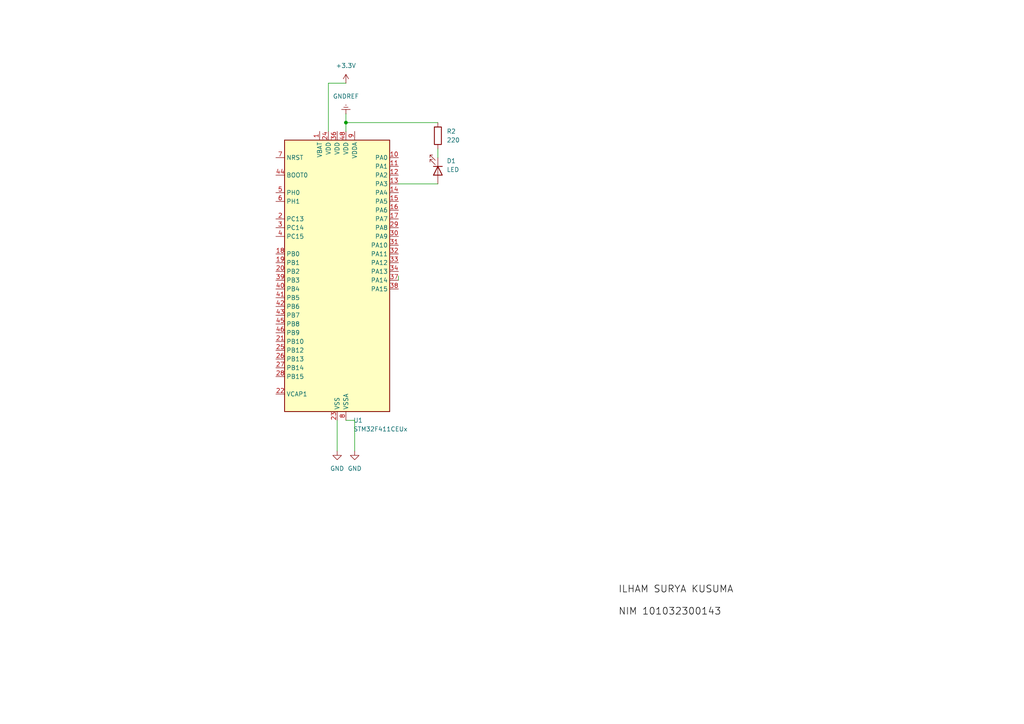
<source format=kicad_sch>
(kicad_sch
	(version 20250114)
	(generator "eeschema")
	(generator_version "9.0")
	(uuid "49b3c49b-fde0-4241-afc2-de76ce2df1cf")
	(paper "A4")
	(lib_symbols
		(symbol "Device:LED"
			(pin_numbers
				(hide yes)
			)
			(pin_names
				(offset 1.016)
				(hide yes)
			)
			(exclude_from_sim no)
			(in_bom yes)
			(on_board yes)
			(property "Reference" "D"
				(at 0 2.54 0)
				(effects
					(font
						(size 1.27 1.27)
					)
				)
			)
			(property "Value" "LED"
				(at 0 -2.54 0)
				(effects
					(font
						(size 1.27 1.27)
					)
				)
			)
			(property "Footprint" ""
				(at 0 0 0)
				(effects
					(font
						(size 1.27 1.27)
					)
					(hide yes)
				)
			)
			(property "Datasheet" "~"
				(at 0 0 0)
				(effects
					(font
						(size 1.27 1.27)
					)
					(hide yes)
				)
			)
			(property "Description" "Light emitting diode"
				(at 0 0 0)
				(effects
					(font
						(size 1.27 1.27)
					)
					(hide yes)
				)
			)
			(property "Sim.Pins" "1=K 2=A"
				(at 0 0 0)
				(effects
					(font
						(size 1.27 1.27)
					)
					(hide yes)
				)
			)
			(property "ki_keywords" "LED diode"
				(at 0 0 0)
				(effects
					(font
						(size 1.27 1.27)
					)
					(hide yes)
				)
			)
			(property "ki_fp_filters" "LED* LED_SMD:* LED_THT:*"
				(at 0 0 0)
				(effects
					(font
						(size 1.27 1.27)
					)
					(hide yes)
				)
			)
			(symbol "LED_0_1"
				(polyline
					(pts
						(xy -3.048 -0.762) (xy -4.572 -2.286) (xy -3.81 -2.286) (xy -4.572 -2.286) (xy -4.572 -1.524)
					)
					(stroke
						(width 0)
						(type default)
					)
					(fill
						(type none)
					)
				)
				(polyline
					(pts
						(xy -1.778 -0.762) (xy -3.302 -2.286) (xy -2.54 -2.286) (xy -3.302 -2.286) (xy -3.302 -1.524)
					)
					(stroke
						(width 0)
						(type default)
					)
					(fill
						(type none)
					)
				)
				(polyline
					(pts
						(xy -1.27 0) (xy 1.27 0)
					)
					(stroke
						(width 0)
						(type default)
					)
					(fill
						(type none)
					)
				)
				(polyline
					(pts
						(xy -1.27 -1.27) (xy -1.27 1.27)
					)
					(stroke
						(width 0.254)
						(type default)
					)
					(fill
						(type none)
					)
				)
				(polyline
					(pts
						(xy 1.27 -1.27) (xy 1.27 1.27) (xy -1.27 0) (xy 1.27 -1.27)
					)
					(stroke
						(width 0.254)
						(type default)
					)
					(fill
						(type none)
					)
				)
			)
			(symbol "LED_1_1"
				(pin passive line
					(at -3.81 0 0)
					(length 2.54)
					(name "K"
						(effects
							(font
								(size 1.27 1.27)
							)
						)
					)
					(number "1"
						(effects
							(font
								(size 1.27 1.27)
							)
						)
					)
				)
				(pin passive line
					(at 3.81 0 180)
					(length 2.54)
					(name "A"
						(effects
							(font
								(size 1.27 1.27)
							)
						)
					)
					(number "2"
						(effects
							(font
								(size 1.27 1.27)
							)
						)
					)
				)
			)
			(embedded_fonts no)
		)
		(symbol "MCU_ST_STM32F4:STM32F411CEUx"
			(exclude_from_sim no)
			(in_bom yes)
			(on_board yes)
			(property "Reference" "U"
				(at -15.24 41.91 0)
				(effects
					(font
						(size 1.27 1.27)
					)
					(justify left)
				)
			)
			(property "Value" "STM32F411CEUx"
				(at 7.62 41.91 0)
				(effects
					(font
						(size 1.27 1.27)
					)
					(justify left)
				)
			)
			(property "Footprint" "Package_DFN_QFN:QFN-48-1EP_7x7mm_P0.5mm_EP5.6x5.6mm"
				(at -15.24 -38.1 0)
				(effects
					(font
						(size 1.27 1.27)
					)
					(justify right)
					(hide yes)
				)
			)
			(property "Datasheet" "https://www.st.com/resource/en/datasheet/stm32f411ce.pdf"
				(at 0 0 0)
				(effects
					(font
						(size 1.27 1.27)
					)
					(hide yes)
				)
			)
			(property "Description" "STMicroelectronics Arm Cortex-M4 MCU, 512KB flash, 128KB RAM, 100 MHz, 1.7-3.6V, 36 GPIO, UFQFPN48"
				(at 0 0 0)
				(effects
					(font
						(size 1.27 1.27)
					)
					(hide yes)
				)
			)
			(property "ki_keywords" "Arm Cortex-M4 STM32F4 STM32F411"
				(at 0 0 0)
				(effects
					(font
						(size 1.27 1.27)
					)
					(hide yes)
				)
			)
			(property "ki_fp_filters" "QFN*1EP*7x7mm*P0.5mm*"
				(at 0 0 0)
				(effects
					(font
						(size 1.27 1.27)
					)
					(hide yes)
				)
			)
			(symbol "STM32F411CEUx_0_1"
				(rectangle
					(start -15.24 -38.1)
					(end 15.24 40.64)
					(stroke
						(width 0.254)
						(type default)
					)
					(fill
						(type background)
					)
				)
			)
			(symbol "STM32F411CEUx_1_1"
				(pin input line
					(at -17.78 35.56 0)
					(length 2.54)
					(name "NRST"
						(effects
							(font
								(size 1.27 1.27)
							)
						)
					)
					(number "7"
						(effects
							(font
								(size 1.27 1.27)
							)
						)
					)
				)
				(pin input line
					(at -17.78 30.48 0)
					(length 2.54)
					(name "BOOT0"
						(effects
							(font
								(size 1.27 1.27)
							)
						)
					)
					(number "44"
						(effects
							(font
								(size 1.27 1.27)
							)
						)
					)
				)
				(pin bidirectional line
					(at -17.78 25.4 0)
					(length 2.54)
					(name "PH0"
						(effects
							(font
								(size 1.27 1.27)
							)
						)
					)
					(number "5"
						(effects
							(font
								(size 1.27 1.27)
							)
						)
					)
					(alternate "RCC_OSC_IN" bidirectional line)
				)
				(pin bidirectional line
					(at -17.78 22.86 0)
					(length 2.54)
					(name "PH1"
						(effects
							(font
								(size 1.27 1.27)
							)
						)
					)
					(number "6"
						(effects
							(font
								(size 1.27 1.27)
							)
						)
					)
					(alternate "RCC_OSC_OUT" bidirectional line)
				)
				(pin bidirectional line
					(at -17.78 17.78 0)
					(length 2.54)
					(name "PC13"
						(effects
							(font
								(size 1.27 1.27)
							)
						)
					)
					(number "2"
						(effects
							(font
								(size 1.27 1.27)
							)
						)
					)
					(alternate "RTC_AF1" bidirectional line)
				)
				(pin bidirectional line
					(at -17.78 15.24 0)
					(length 2.54)
					(name "PC14"
						(effects
							(font
								(size 1.27 1.27)
							)
						)
					)
					(number "3"
						(effects
							(font
								(size 1.27 1.27)
							)
						)
					)
					(alternate "RCC_OSC32_IN" bidirectional line)
				)
				(pin bidirectional line
					(at -17.78 12.7 0)
					(length 2.54)
					(name "PC15"
						(effects
							(font
								(size 1.27 1.27)
							)
						)
					)
					(number "4"
						(effects
							(font
								(size 1.27 1.27)
							)
						)
					)
					(alternate "ADC1_EXTI15" bidirectional line)
					(alternate "RCC_OSC32_OUT" bidirectional line)
				)
				(pin bidirectional line
					(at -17.78 7.62 0)
					(length 2.54)
					(name "PB0"
						(effects
							(font
								(size 1.27 1.27)
							)
						)
					)
					(number "18"
						(effects
							(font
								(size 1.27 1.27)
							)
						)
					)
					(alternate "ADC1_IN8" bidirectional line)
					(alternate "I2S5_CK" bidirectional line)
					(alternate "SPI5_SCK" bidirectional line)
					(alternate "TIM1_CH2N" bidirectional line)
					(alternate "TIM3_CH3" bidirectional line)
				)
				(pin bidirectional line
					(at -17.78 5.08 0)
					(length 2.54)
					(name "PB1"
						(effects
							(font
								(size 1.27 1.27)
							)
						)
					)
					(number "19"
						(effects
							(font
								(size 1.27 1.27)
							)
						)
					)
					(alternate "ADC1_IN9" bidirectional line)
					(alternate "I2S5_WS" bidirectional line)
					(alternate "SPI5_NSS" bidirectional line)
					(alternate "TIM1_CH3N" bidirectional line)
					(alternate "TIM3_CH4" bidirectional line)
				)
				(pin bidirectional line
					(at -17.78 2.54 0)
					(length 2.54)
					(name "PB2"
						(effects
							(font
								(size 1.27 1.27)
							)
						)
					)
					(number "20"
						(effects
							(font
								(size 1.27 1.27)
							)
						)
					)
				)
				(pin bidirectional line
					(at -17.78 0 0)
					(length 2.54)
					(name "PB3"
						(effects
							(font
								(size 1.27 1.27)
							)
						)
					)
					(number "39"
						(effects
							(font
								(size 1.27 1.27)
							)
						)
					)
					(alternate "I2C2_SDA" bidirectional line)
					(alternate "I2S1_CK" bidirectional line)
					(alternate "I2S3_CK" bidirectional line)
					(alternate "SPI1_SCK" bidirectional line)
					(alternate "SPI3_SCK" bidirectional line)
					(alternate "SYS_JTDO-SWO" bidirectional line)
					(alternate "TIM2_CH2" bidirectional line)
					(alternate "USART1_RX" bidirectional line)
				)
				(pin bidirectional line
					(at -17.78 -2.54 0)
					(length 2.54)
					(name "PB4"
						(effects
							(font
								(size 1.27 1.27)
							)
						)
					)
					(number "40"
						(effects
							(font
								(size 1.27 1.27)
							)
						)
					)
					(alternate "I2C3_SDA" bidirectional line)
					(alternate "I2S3_ext_SD" bidirectional line)
					(alternate "SDIO_D0" bidirectional line)
					(alternate "SPI1_MISO" bidirectional line)
					(alternate "SPI3_MISO" bidirectional line)
					(alternate "SYS_JTRST" bidirectional line)
					(alternate "TIM3_CH1" bidirectional line)
				)
				(pin bidirectional line
					(at -17.78 -5.08 0)
					(length 2.54)
					(name "PB5"
						(effects
							(font
								(size 1.27 1.27)
							)
						)
					)
					(number "41"
						(effects
							(font
								(size 1.27 1.27)
							)
						)
					)
					(alternate "I2C1_SMBA" bidirectional line)
					(alternate "I2S1_SD" bidirectional line)
					(alternate "I2S3_SD" bidirectional line)
					(alternate "SDIO_D3" bidirectional line)
					(alternate "SPI1_MOSI" bidirectional line)
					(alternate "SPI3_MOSI" bidirectional line)
					(alternate "TIM3_CH2" bidirectional line)
				)
				(pin bidirectional line
					(at -17.78 -7.62 0)
					(length 2.54)
					(name "PB6"
						(effects
							(font
								(size 1.27 1.27)
							)
						)
					)
					(number "42"
						(effects
							(font
								(size 1.27 1.27)
							)
						)
					)
					(alternate "I2C1_SCL" bidirectional line)
					(alternate "TIM4_CH1" bidirectional line)
					(alternate "USART1_TX" bidirectional line)
				)
				(pin bidirectional line
					(at -17.78 -10.16 0)
					(length 2.54)
					(name "PB7"
						(effects
							(font
								(size 1.27 1.27)
							)
						)
					)
					(number "43"
						(effects
							(font
								(size 1.27 1.27)
							)
						)
					)
					(alternate "I2C1_SDA" bidirectional line)
					(alternate "SDIO_D0" bidirectional line)
					(alternate "TIM4_CH2" bidirectional line)
					(alternate "USART1_RX" bidirectional line)
				)
				(pin bidirectional line
					(at -17.78 -12.7 0)
					(length 2.54)
					(name "PB8"
						(effects
							(font
								(size 1.27 1.27)
							)
						)
					)
					(number "45"
						(effects
							(font
								(size 1.27 1.27)
							)
						)
					)
					(alternate "I2C1_SCL" bidirectional line)
					(alternate "I2C3_SDA" bidirectional line)
					(alternate "I2S5_SD" bidirectional line)
					(alternate "SDIO_D4" bidirectional line)
					(alternate "SPI5_MOSI" bidirectional line)
					(alternate "TIM10_CH1" bidirectional line)
					(alternate "TIM4_CH3" bidirectional line)
				)
				(pin bidirectional line
					(at -17.78 -15.24 0)
					(length 2.54)
					(name "PB9"
						(effects
							(font
								(size 1.27 1.27)
							)
						)
					)
					(number "46"
						(effects
							(font
								(size 1.27 1.27)
							)
						)
					)
					(alternate "I2C1_SDA" bidirectional line)
					(alternate "I2C2_SDA" bidirectional line)
					(alternate "I2S2_WS" bidirectional line)
					(alternate "SDIO_D5" bidirectional line)
					(alternate "SPI2_NSS" bidirectional line)
					(alternate "TIM11_CH1" bidirectional line)
					(alternate "TIM4_CH4" bidirectional line)
				)
				(pin bidirectional line
					(at -17.78 -17.78 0)
					(length 2.54)
					(name "PB10"
						(effects
							(font
								(size 1.27 1.27)
							)
						)
					)
					(number "21"
						(effects
							(font
								(size 1.27 1.27)
							)
						)
					)
					(alternate "I2C2_SCL" bidirectional line)
					(alternate "I2S2_CK" bidirectional line)
					(alternate "I2S3_MCK" bidirectional line)
					(alternate "SDIO_D7" bidirectional line)
					(alternate "SPI2_SCK" bidirectional line)
					(alternate "TIM2_CH3" bidirectional line)
				)
				(pin bidirectional line
					(at -17.78 -20.32 0)
					(length 2.54)
					(name "PB12"
						(effects
							(font
								(size 1.27 1.27)
							)
						)
					)
					(number "25"
						(effects
							(font
								(size 1.27 1.27)
							)
						)
					)
					(alternate "I2C2_SMBA" bidirectional line)
					(alternate "I2S2_WS" bidirectional line)
					(alternate "I2S3_CK" bidirectional line)
					(alternate "I2S4_WS" bidirectional line)
					(alternate "SPI2_NSS" bidirectional line)
					(alternate "SPI3_SCK" bidirectional line)
					(alternate "SPI4_NSS" bidirectional line)
					(alternate "TIM1_BKIN" bidirectional line)
				)
				(pin bidirectional line
					(at -17.78 -22.86 0)
					(length 2.54)
					(name "PB13"
						(effects
							(font
								(size 1.27 1.27)
							)
						)
					)
					(number "26"
						(effects
							(font
								(size 1.27 1.27)
							)
						)
					)
					(alternate "I2S2_CK" bidirectional line)
					(alternate "I2S4_CK" bidirectional line)
					(alternate "SPI2_SCK" bidirectional line)
					(alternate "SPI4_SCK" bidirectional line)
					(alternate "TIM1_CH1N" bidirectional line)
				)
				(pin bidirectional line
					(at -17.78 -25.4 0)
					(length 2.54)
					(name "PB14"
						(effects
							(font
								(size 1.27 1.27)
							)
						)
					)
					(number "27"
						(effects
							(font
								(size 1.27 1.27)
							)
						)
					)
					(alternate "I2S2_ext_SD" bidirectional line)
					(alternate "SDIO_D6" bidirectional line)
					(alternate "SPI2_MISO" bidirectional line)
					(alternate "TIM1_CH2N" bidirectional line)
				)
				(pin bidirectional line
					(at -17.78 -27.94 0)
					(length 2.54)
					(name "PB15"
						(effects
							(font
								(size 1.27 1.27)
							)
						)
					)
					(number "28"
						(effects
							(font
								(size 1.27 1.27)
							)
						)
					)
					(alternate "ADC1_EXTI15" bidirectional line)
					(alternate "I2S2_SD" bidirectional line)
					(alternate "RTC_REFIN" bidirectional line)
					(alternate "SDIO_CK" bidirectional line)
					(alternate "SPI2_MOSI" bidirectional line)
					(alternate "TIM1_CH3N" bidirectional line)
				)
				(pin power_out line
					(at -17.78 -33.02 0)
					(length 2.54)
					(name "VCAP1"
						(effects
							(font
								(size 1.27 1.27)
							)
						)
					)
					(number "22"
						(effects
							(font
								(size 1.27 1.27)
							)
						)
					)
				)
				(pin power_in line
					(at -5.08 43.18 270)
					(length 2.54)
					(name "VBAT"
						(effects
							(font
								(size 1.27 1.27)
							)
						)
					)
					(number "1"
						(effects
							(font
								(size 1.27 1.27)
							)
						)
					)
				)
				(pin power_in line
					(at -2.54 43.18 270)
					(length 2.54)
					(name "VDD"
						(effects
							(font
								(size 1.27 1.27)
							)
						)
					)
					(number "24"
						(effects
							(font
								(size 1.27 1.27)
							)
						)
					)
				)
				(pin power_in line
					(at 0 43.18 270)
					(length 2.54)
					(name "VDD"
						(effects
							(font
								(size 1.27 1.27)
							)
						)
					)
					(number "36"
						(effects
							(font
								(size 1.27 1.27)
							)
						)
					)
				)
				(pin power_in line
					(at 0 -40.64 90)
					(length 2.54)
					(name "VSS"
						(effects
							(font
								(size 1.27 1.27)
							)
						)
					)
					(number "23"
						(effects
							(font
								(size 1.27 1.27)
							)
						)
					)
				)
				(pin passive line
					(at 0 -40.64 90)
					(length 2.54)
					(hide yes)
					(name "VSS"
						(effects
							(font
								(size 1.27 1.27)
							)
						)
					)
					(number "35"
						(effects
							(font
								(size 1.27 1.27)
							)
						)
					)
				)
				(pin passive line
					(at 0 -40.64 90)
					(length 2.54)
					(hide yes)
					(name "VSS"
						(effects
							(font
								(size 1.27 1.27)
							)
						)
					)
					(number "47"
						(effects
							(font
								(size 1.27 1.27)
							)
						)
					)
				)
				(pin passive line
					(at 0 -40.64 90)
					(length 2.54)
					(hide yes)
					(name "VSS"
						(effects
							(font
								(size 1.27 1.27)
							)
						)
					)
					(number "49"
						(effects
							(font
								(size 1.27 1.27)
							)
						)
					)
				)
				(pin power_in line
					(at 2.54 43.18 270)
					(length 2.54)
					(name "VDD"
						(effects
							(font
								(size 1.27 1.27)
							)
						)
					)
					(number "48"
						(effects
							(font
								(size 1.27 1.27)
							)
						)
					)
				)
				(pin power_in line
					(at 2.54 -40.64 90)
					(length 2.54)
					(name "VSSA"
						(effects
							(font
								(size 1.27 1.27)
							)
						)
					)
					(number "8"
						(effects
							(font
								(size 1.27 1.27)
							)
						)
					)
				)
				(pin power_in line
					(at 5.08 43.18 270)
					(length 2.54)
					(name "VDDA"
						(effects
							(font
								(size 1.27 1.27)
							)
						)
					)
					(number "9"
						(effects
							(font
								(size 1.27 1.27)
							)
						)
					)
				)
				(pin bidirectional line
					(at 17.78 35.56 180)
					(length 2.54)
					(name "PA0"
						(effects
							(font
								(size 1.27 1.27)
							)
						)
					)
					(number "10"
						(effects
							(font
								(size 1.27 1.27)
							)
						)
					)
					(alternate "ADC1_IN0" bidirectional line)
					(alternate "SYS_WKUP" bidirectional line)
					(alternate "TIM2_CH1" bidirectional line)
					(alternate "TIM2_ETR" bidirectional line)
					(alternate "TIM5_CH1" bidirectional line)
					(alternate "USART2_CTS" bidirectional line)
				)
				(pin bidirectional line
					(at 17.78 33.02 180)
					(length 2.54)
					(name "PA1"
						(effects
							(font
								(size 1.27 1.27)
							)
						)
					)
					(number "11"
						(effects
							(font
								(size 1.27 1.27)
							)
						)
					)
					(alternate "ADC1_IN1" bidirectional line)
					(alternate "I2S4_SD" bidirectional line)
					(alternate "SPI4_MOSI" bidirectional line)
					(alternate "TIM2_CH2" bidirectional line)
					(alternate "TIM5_CH2" bidirectional line)
					(alternate "USART2_RTS" bidirectional line)
				)
				(pin bidirectional line
					(at 17.78 30.48 180)
					(length 2.54)
					(name "PA2"
						(effects
							(font
								(size 1.27 1.27)
							)
						)
					)
					(number "12"
						(effects
							(font
								(size 1.27 1.27)
							)
						)
					)
					(alternate "ADC1_IN2" bidirectional line)
					(alternate "I2S_CKIN" bidirectional line)
					(alternate "TIM2_CH3" bidirectional line)
					(alternate "TIM5_CH3" bidirectional line)
					(alternate "TIM9_CH1" bidirectional line)
					(alternate "USART2_TX" bidirectional line)
				)
				(pin bidirectional line
					(at 17.78 27.94 180)
					(length 2.54)
					(name "PA3"
						(effects
							(font
								(size 1.27 1.27)
							)
						)
					)
					(number "13"
						(effects
							(font
								(size 1.27 1.27)
							)
						)
					)
					(alternate "ADC1_IN3" bidirectional line)
					(alternate "I2S2_MCK" bidirectional line)
					(alternate "TIM2_CH4" bidirectional line)
					(alternate "TIM5_CH4" bidirectional line)
					(alternate "TIM9_CH2" bidirectional line)
					(alternate "USART2_RX" bidirectional line)
				)
				(pin bidirectional line
					(at 17.78 25.4 180)
					(length 2.54)
					(name "PA4"
						(effects
							(font
								(size 1.27 1.27)
							)
						)
					)
					(number "14"
						(effects
							(font
								(size 1.27 1.27)
							)
						)
					)
					(alternate "ADC1_IN4" bidirectional line)
					(alternate "I2S1_WS" bidirectional line)
					(alternate "I2S3_WS" bidirectional line)
					(alternate "SPI1_NSS" bidirectional line)
					(alternate "SPI3_NSS" bidirectional line)
					(alternate "USART2_CK" bidirectional line)
				)
				(pin bidirectional line
					(at 17.78 22.86 180)
					(length 2.54)
					(name "PA5"
						(effects
							(font
								(size 1.27 1.27)
							)
						)
					)
					(number "15"
						(effects
							(font
								(size 1.27 1.27)
							)
						)
					)
					(alternate "ADC1_IN5" bidirectional line)
					(alternate "I2S1_CK" bidirectional line)
					(alternate "SPI1_SCK" bidirectional line)
					(alternate "TIM2_CH1" bidirectional line)
					(alternate "TIM2_ETR" bidirectional line)
				)
				(pin bidirectional line
					(at 17.78 20.32 180)
					(length 2.54)
					(name "PA6"
						(effects
							(font
								(size 1.27 1.27)
							)
						)
					)
					(number "16"
						(effects
							(font
								(size 1.27 1.27)
							)
						)
					)
					(alternate "ADC1_IN6" bidirectional line)
					(alternate "I2S2_MCK" bidirectional line)
					(alternate "SDIO_CMD" bidirectional line)
					(alternate "SPI1_MISO" bidirectional line)
					(alternate "TIM1_BKIN" bidirectional line)
					(alternate "TIM3_CH1" bidirectional line)
				)
				(pin bidirectional line
					(at 17.78 17.78 180)
					(length 2.54)
					(name "PA7"
						(effects
							(font
								(size 1.27 1.27)
							)
						)
					)
					(number "17"
						(effects
							(font
								(size 1.27 1.27)
							)
						)
					)
					(alternate "ADC1_IN7" bidirectional line)
					(alternate "I2S1_SD" bidirectional line)
					(alternate "SPI1_MOSI" bidirectional line)
					(alternate "TIM1_CH1N" bidirectional line)
					(alternate "TIM3_CH2" bidirectional line)
				)
				(pin bidirectional line
					(at 17.78 15.24 180)
					(length 2.54)
					(name "PA8"
						(effects
							(font
								(size 1.27 1.27)
							)
						)
					)
					(number "29"
						(effects
							(font
								(size 1.27 1.27)
							)
						)
					)
					(alternate "I2C3_SCL" bidirectional line)
					(alternate "RCC_MCO_1" bidirectional line)
					(alternate "SDIO_D1" bidirectional line)
					(alternate "TIM1_CH1" bidirectional line)
					(alternate "USART1_CK" bidirectional line)
					(alternate "USB_OTG_FS_SOF" bidirectional line)
				)
				(pin bidirectional line
					(at 17.78 12.7 180)
					(length 2.54)
					(name "PA9"
						(effects
							(font
								(size 1.27 1.27)
							)
						)
					)
					(number "30"
						(effects
							(font
								(size 1.27 1.27)
							)
						)
					)
					(alternate "I2C3_SMBA" bidirectional line)
					(alternate "SDIO_D2" bidirectional line)
					(alternate "TIM1_CH2" bidirectional line)
					(alternate "USART1_TX" bidirectional line)
					(alternate "USB_OTG_FS_VBUS" bidirectional line)
				)
				(pin bidirectional line
					(at 17.78 10.16 180)
					(length 2.54)
					(name "PA10"
						(effects
							(font
								(size 1.27 1.27)
							)
						)
					)
					(number "31"
						(effects
							(font
								(size 1.27 1.27)
							)
						)
					)
					(alternate "I2S5_SD" bidirectional line)
					(alternate "SPI5_MOSI" bidirectional line)
					(alternate "TIM1_CH3" bidirectional line)
					(alternate "USART1_RX" bidirectional line)
					(alternate "USB_OTG_FS_ID" bidirectional line)
				)
				(pin bidirectional line
					(at 17.78 7.62 180)
					(length 2.54)
					(name "PA11"
						(effects
							(font
								(size 1.27 1.27)
							)
						)
					)
					(number "32"
						(effects
							(font
								(size 1.27 1.27)
							)
						)
					)
					(alternate "ADC1_EXTI11" bidirectional line)
					(alternate "SPI4_MISO" bidirectional line)
					(alternate "TIM1_CH4" bidirectional line)
					(alternate "USART1_CTS" bidirectional line)
					(alternate "USART6_TX" bidirectional line)
					(alternate "USB_OTG_FS_DM" bidirectional line)
				)
				(pin bidirectional line
					(at 17.78 5.08 180)
					(length 2.54)
					(name "PA12"
						(effects
							(font
								(size 1.27 1.27)
							)
						)
					)
					(number "33"
						(effects
							(font
								(size 1.27 1.27)
							)
						)
					)
					(alternate "SPI5_MISO" bidirectional line)
					(alternate "TIM1_ETR" bidirectional line)
					(alternate "USART1_RTS" bidirectional line)
					(alternate "USART6_RX" bidirectional line)
					(alternate "USB_OTG_FS_DP" bidirectional line)
				)
				(pin bidirectional line
					(at 17.78 2.54 180)
					(length 2.54)
					(name "PA13"
						(effects
							(font
								(size 1.27 1.27)
							)
						)
					)
					(number "34"
						(effects
							(font
								(size 1.27 1.27)
							)
						)
					)
					(alternate "SYS_JTMS-SWDIO" bidirectional line)
				)
				(pin bidirectional line
					(at 17.78 0 180)
					(length 2.54)
					(name "PA14"
						(effects
							(font
								(size 1.27 1.27)
							)
						)
					)
					(number "37"
						(effects
							(font
								(size 1.27 1.27)
							)
						)
					)
					(alternate "SYS_JTCK-SWCLK" bidirectional line)
				)
				(pin bidirectional line
					(at 17.78 -2.54 180)
					(length 2.54)
					(name "PA15"
						(effects
							(font
								(size 1.27 1.27)
							)
						)
					)
					(number "38"
						(effects
							(font
								(size 1.27 1.27)
							)
						)
					)
					(alternate "ADC1_EXTI15" bidirectional line)
					(alternate "I2S1_WS" bidirectional line)
					(alternate "I2S3_WS" bidirectional line)
					(alternate "SPI1_NSS" bidirectional line)
					(alternate "SPI3_NSS" bidirectional line)
					(alternate "SYS_JTDI" bidirectional line)
					(alternate "TIM2_CH1" bidirectional line)
					(alternate "TIM2_ETR" bidirectional line)
					(alternate "USART1_TX" bidirectional line)
				)
			)
			(embedded_fonts no)
		)
		(symbol "R_1"
			(pin_numbers
				(hide yes)
			)
			(pin_names
				(offset 0)
			)
			(exclude_from_sim no)
			(in_bom yes)
			(on_board yes)
			(property "Reference" "R1"
				(at 2.54 1.2701 0)
				(effects
					(font
						(size 1.27 1.27)
					)
					(justify left)
				)
			)
			(property "Value" "220"
				(at 2.54 -1.2699 0)
				(effects
					(font
						(size 1.27 1.27)
					)
					(justify left)
				)
			)
			(property "Footprint" ""
				(at -1.778 0 90)
				(effects
					(font
						(size 1.27 1.27)
					)
					(hide yes)
				)
			)
			(property "Datasheet" "~"
				(at 0 0 0)
				(effects
					(font
						(size 1.27 1.27)
					)
					(hide yes)
				)
			)
			(property "Description" "Resistor"
				(at 0 0 0)
				(effects
					(font
						(size 1.27 1.27)
					)
					(hide yes)
				)
			)
			(property "ki_keywords" "R res resistor"
				(at 0 0 0)
				(effects
					(font
						(size 1.27 1.27)
					)
					(hide yes)
				)
			)
			(property "ki_fp_filters" "R_*"
				(at 0 0 0)
				(effects
					(font
						(size 1.27 1.27)
					)
					(hide yes)
				)
			)
			(symbol "R_1_0_1"
				(rectangle
					(start -1.016 -2.54)
					(end 1.016 2.54)
					(stroke
						(width 0.254)
						(type default)
					)
					(fill
						(type none)
					)
				)
			)
			(symbol "R_1_1_1"
				(pin input line
					(at 0 3.81 270)
					(length 1.27)
					(name "~"
						(effects
							(font
								(size 1.27 1.27)
							)
						)
					)
					(number "1"
						(effects
							(font
								(size 1.27 1.27)
							)
						)
					)
				)
				(pin output line
					(at 0 -3.81 90)
					(length 1.27)
					(name "~"
						(effects
							(font
								(size 1.27 1.27)
							)
						)
					)
					(number "2"
						(effects
							(font
								(size 1.27 1.27)
							)
						)
					)
				)
			)
			(embedded_fonts no)
		)
		(symbol "power:+3.3V"
			(power)
			(pin_numbers
				(hide yes)
			)
			(pin_names
				(offset 0)
				(hide yes)
			)
			(exclude_from_sim no)
			(in_bom yes)
			(on_board yes)
			(property "Reference" "#PWR"
				(at 0 -3.81 0)
				(effects
					(font
						(size 1.27 1.27)
					)
					(hide yes)
				)
			)
			(property "Value" "+3.3V"
				(at 0 3.556 0)
				(effects
					(font
						(size 1.27 1.27)
					)
				)
			)
			(property "Footprint" ""
				(at 0 0 0)
				(effects
					(font
						(size 1.27 1.27)
					)
					(hide yes)
				)
			)
			(property "Datasheet" ""
				(at 0 0 0)
				(effects
					(font
						(size 1.27 1.27)
					)
					(hide yes)
				)
			)
			(property "Description" "Power symbol creates a global label with name \"+3.3V\""
				(at 0 0 0)
				(effects
					(font
						(size 1.27 1.27)
					)
					(hide yes)
				)
			)
			(property "ki_keywords" "global power"
				(at 0 0 0)
				(effects
					(font
						(size 1.27 1.27)
					)
					(hide yes)
				)
			)
			(symbol "+3.3V_0_1"
				(polyline
					(pts
						(xy -0.762 1.27) (xy 0 2.54)
					)
					(stroke
						(width 0)
						(type default)
					)
					(fill
						(type none)
					)
				)
				(polyline
					(pts
						(xy 0 2.54) (xy 0.762 1.27)
					)
					(stroke
						(width 0)
						(type default)
					)
					(fill
						(type none)
					)
				)
				(polyline
					(pts
						(xy 0 0) (xy 0 2.54)
					)
					(stroke
						(width 0)
						(type default)
					)
					(fill
						(type none)
					)
				)
			)
			(symbol "+3.3V_1_1"
				(pin power_in line
					(at 0 0 90)
					(length 0)
					(name "~"
						(effects
							(font
								(size 1.27 1.27)
							)
						)
					)
					(number "1"
						(effects
							(font
								(size 1.27 1.27)
							)
						)
					)
				)
			)
			(embedded_fonts no)
		)
		(symbol "power:GND"
			(power)
			(pin_numbers
				(hide yes)
			)
			(pin_names
				(offset 0)
				(hide yes)
			)
			(exclude_from_sim no)
			(in_bom yes)
			(on_board yes)
			(property "Reference" "#PWR"
				(at 0 -6.35 0)
				(effects
					(font
						(size 1.27 1.27)
					)
					(hide yes)
				)
			)
			(property "Value" "GND"
				(at 0 -3.81 0)
				(effects
					(font
						(size 1.27 1.27)
					)
				)
			)
			(property "Footprint" ""
				(at 0 0 0)
				(effects
					(font
						(size 1.27 1.27)
					)
					(hide yes)
				)
			)
			(property "Datasheet" ""
				(at 0 0 0)
				(effects
					(font
						(size 1.27 1.27)
					)
					(hide yes)
				)
			)
			(property "Description" "Power symbol creates a global label with name \"GND\" , ground"
				(at 0 0 0)
				(effects
					(font
						(size 1.27 1.27)
					)
					(hide yes)
				)
			)
			(property "ki_keywords" "global power"
				(at 0 0 0)
				(effects
					(font
						(size 1.27 1.27)
					)
					(hide yes)
				)
			)
			(symbol "GND_0_1"
				(polyline
					(pts
						(xy 0 0) (xy 0 -1.27) (xy 1.27 -1.27) (xy 0 -2.54) (xy -1.27 -1.27) (xy 0 -1.27)
					)
					(stroke
						(width 0)
						(type default)
					)
					(fill
						(type none)
					)
				)
			)
			(symbol "GND_1_1"
				(pin power_in line
					(at 0 0 270)
					(length 0)
					(name "~"
						(effects
							(font
								(size 1.27 1.27)
							)
						)
					)
					(number "1"
						(effects
							(font
								(size 1.27 1.27)
							)
						)
					)
				)
			)
			(embedded_fonts no)
		)
		(symbol "power:GNDREF"
			(power)
			(pin_numbers
				(hide yes)
			)
			(pin_names
				(offset 0)
				(hide yes)
			)
			(exclude_from_sim no)
			(in_bom yes)
			(on_board yes)
			(property "Reference" "#PWR"
				(at 0 -6.35 0)
				(effects
					(font
						(size 1.27 1.27)
					)
					(hide yes)
				)
			)
			(property "Value" "GNDREF"
				(at 0 -3.81 0)
				(effects
					(font
						(size 1.27 1.27)
					)
				)
			)
			(property "Footprint" ""
				(at 0 0 0)
				(effects
					(font
						(size 1.27 1.27)
					)
					(hide yes)
				)
			)
			(property "Datasheet" ""
				(at 0 0 0)
				(effects
					(font
						(size 1.27 1.27)
					)
					(hide yes)
				)
			)
			(property "Description" "Power symbol creates a global label with name \"GNDREF\" , reference supply ground"
				(at 0 0 0)
				(effects
					(font
						(size 1.27 1.27)
					)
					(hide yes)
				)
			)
			(property "ki_keywords" "global power"
				(at 0 0 0)
				(effects
					(font
						(size 1.27 1.27)
					)
					(hide yes)
				)
			)
			(symbol "GNDREF_0_1"
				(polyline
					(pts
						(xy -0.635 -1.905) (xy 0.635 -1.905)
					)
					(stroke
						(width 0)
						(type default)
					)
					(fill
						(type none)
					)
				)
				(polyline
					(pts
						(xy -0.127 -2.54) (xy 0.127 -2.54)
					)
					(stroke
						(width 0)
						(type default)
					)
					(fill
						(type none)
					)
				)
				(polyline
					(pts
						(xy 0 -1.27) (xy 0 0)
					)
					(stroke
						(width 0)
						(type default)
					)
					(fill
						(type none)
					)
				)
				(polyline
					(pts
						(xy 1.27 -1.27) (xy -1.27 -1.27)
					)
					(stroke
						(width 0)
						(type default)
					)
					(fill
						(type none)
					)
				)
			)
			(symbol "GNDREF_1_1"
				(pin power_in line
					(at 0 0 270)
					(length 0)
					(name "~"
						(effects
							(font
								(size 1.27 1.27)
							)
						)
					)
					(number "1"
						(effects
							(font
								(size 1.27 1.27)
							)
						)
					)
				)
			)
			(embedded_fonts no)
		)
	)
	(text "ILHAM SURYA KUSUMA\n\nNIM 101032300143\n"
		(exclude_from_sim no)
		(at 179.324 174.244 0)
		(effects
			(font
				(size 2 2)
				(thickness 0.1588)
				(color 0 0 0 1)
			)
			(justify left)
		)
		(uuid "2ecb0360-5ed9-4f74-a193-0341910a9228")
	)
	(junction
		(at 100.33 35.56)
		(diameter 0)
		(color 0 0 0 0)
		(uuid "c478c0ce-5697-4452-a027-5406bd73f625")
	)
	(wire
		(pts
			(xy 100.33 24.13) (xy 95.25 24.13)
		)
		(stroke
			(width 0)
			(type default)
		)
		(uuid "394fac98-9ae7-4ff5-8000-1dda55a2a4ff")
	)
	(wire
		(pts
			(xy 115.57 80.01) (xy 115.57 81.28)
		)
		(stroke
			(width 0)
			(type default)
		)
		(uuid "43a6a42c-a0d7-4f34-96f7-90561254901f")
	)
	(wire
		(pts
			(xy 97.79 121.92) (xy 97.79 130.81)
		)
		(stroke
			(width 0)
			(type default)
		)
		(uuid "4c5f288a-335b-4886-9ede-e15b7c861e68")
	)
	(wire
		(pts
			(xy 127 35.56) (xy 100.33 35.56)
		)
		(stroke
			(width 0)
			(type default)
		)
		(uuid "58769c98-148f-49a0-9bfd-b088d3945388")
	)
	(wire
		(pts
			(xy 100.33 35.56) (xy 100.33 38.1)
		)
		(stroke
			(width 0)
			(type default)
		)
		(uuid "58d14c04-a72b-446c-ba66-9b7c0f645b99")
	)
	(wire
		(pts
			(xy 102.87 130.81) (xy 102.87 121.92)
		)
		(stroke
			(width 0)
			(type default)
		)
		(uuid "6f053e06-b8b3-4025-b56f-1179f8003abe")
	)
	(wire
		(pts
			(xy 127 43.18) (xy 127 45.72)
		)
		(stroke
			(width 0)
			(type default)
		)
		(uuid "75e85276-b12c-4bd0-b0d8-2c5fc3a1ac71")
	)
	(wire
		(pts
			(xy 102.87 121.92) (xy 100.33 121.92)
		)
		(stroke
			(width 0)
			(type default)
		)
		(uuid "887da71a-82bd-4784-9e78-cbebfa703bdc")
	)
	(wire
		(pts
			(xy 95.25 24.13) (xy 95.25 38.1)
		)
		(stroke
			(width 0)
			(type default)
		)
		(uuid "905233c8-28a6-4ceb-9db4-f73333c250ce")
	)
	(wire
		(pts
			(xy 100.33 33.02) (xy 100.33 35.56)
		)
		(stroke
			(width 0)
			(type default)
		)
		(uuid "ad41ab3a-f875-4d21-8c5e-7d60d0e944b1")
	)
	(wire
		(pts
			(xy 115.57 53.34) (xy 127 53.34)
		)
		(stroke
			(width 0)
			(type default)
		)
		(uuid "f372b6d7-61d7-428d-aec1-77371cf44087")
	)
	(symbol
		(lib_name "R_1")
		(lib_id "Device:R")
		(at 127 39.37 0)
		(unit 1)
		(exclude_from_sim no)
		(in_bom yes)
		(on_board yes)
		(dnp no)
		(fields_autoplaced yes)
		(uuid "331db04a-d282-4aa6-b210-84d610bbe326")
		(property "Reference" "R2"
			(at 129.54 38.0999 0)
			(effects
				(font
					(size 1.27 1.27)
				)
				(justify left)
			)
		)
		(property "Value" "220"
			(at 129.54 40.6399 0)
			(effects
				(font
					(size 1.27 1.27)
				)
				(justify left)
			)
		)
		(property "Footprint" ""
			(at 125.222 39.37 90)
			(effects
				(font
					(size 1.27 1.27)
				)
				(hide yes)
			)
		)
		(property "Datasheet" "~"
			(at 127 39.37 0)
			(effects
				(font
					(size 1.27 1.27)
				)
				(hide yes)
			)
		)
		(property "Description" "Resistor"
			(at 127 39.37 0)
			(effects
				(font
					(size 1.27 1.27)
				)
				(hide yes)
			)
		)
		(pin "1"
			(uuid "ebf441bd-00a2-4cd9-a4de-f2eaee5de657")
		)
		(pin "2"
			(uuid "84d23d38-28b5-4acf-b1e1-2a0e709a2a4a")
		)
		(instances
			(project ""
				(path "/49b3c49b-fde0-4241-afc2-de76ce2df1cf"
					(reference "R2")
					(unit 1)
				)
			)
		)
	)
	(symbol
		(lib_id "power:+3.3V")
		(at 100.33 24.13 0)
		(unit 1)
		(exclude_from_sim no)
		(in_bom yes)
		(on_board yes)
		(dnp no)
		(uuid "40a33e43-0151-4b95-b723-b0c48c74715c")
		(property "Reference" "#PWR01"
			(at 100.33 27.94 0)
			(effects
				(font
					(size 1.27 1.27)
				)
				(hide yes)
			)
		)
		(property "Value" "+3.3V"
			(at 100.33 19.05 0)
			(effects
				(font
					(size 1.27 1.27)
				)
			)
		)
		(property "Footprint" ""
			(at 100.33 24.13 0)
			(effects
				(font
					(size 1.27 1.27)
				)
				(hide yes)
			)
		)
		(property "Datasheet" ""
			(at 100.33 24.13 0)
			(effects
				(font
					(size 1.27 1.27)
				)
				(hide yes)
			)
		)
		(property "Description" "Power symbol creates a global label with name \"+3.3V\""
			(at 100.33 24.13 0)
			(effects
				(font
					(size 1.27 1.27)
				)
				(hide yes)
			)
		)
		(pin "1"
			(uuid "b91ff813-6199-464e-9b9e-def612bb26be")
		)
		(instances
			(project ""
				(path "/49b3c49b-fde0-4241-afc2-de76ce2df1cf"
					(reference "#PWR01")
					(unit 1)
				)
			)
		)
	)
	(symbol
		(lib_id "power:GND")
		(at 102.87 130.81 0)
		(unit 1)
		(exclude_from_sim no)
		(in_bom yes)
		(on_board yes)
		(dnp no)
		(fields_autoplaced yes)
		(uuid "61287268-1c69-4dc5-a61a-685fca0d17f4")
		(property "Reference" "#PWR04"
			(at 102.87 137.16 0)
			(effects
				(font
					(size 1.27 1.27)
				)
				(hide yes)
			)
		)
		(property "Value" "GND"
			(at 102.87 135.89 0)
			(effects
				(font
					(size 1.27 1.27)
				)
			)
		)
		(property "Footprint" ""
			(at 102.87 130.81 0)
			(effects
				(font
					(size 1.27 1.27)
				)
				(hide yes)
			)
		)
		(property "Datasheet" ""
			(at 102.87 130.81 0)
			(effects
				(font
					(size 1.27 1.27)
				)
				(hide yes)
			)
		)
		(property "Description" "Power symbol creates a global label with name \"GND\" , ground"
			(at 102.87 130.81 0)
			(effects
				(font
					(size 1.27 1.27)
				)
				(hide yes)
			)
		)
		(pin "1"
			(uuid "6d1a32f6-7eb8-4936-97aa-8ab3ed30605c")
		)
		(instances
			(project ""
				(path "/49b3c49b-fde0-4241-afc2-de76ce2df1cf"
					(reference "#PWR04")
					(unit 1)
				)
			)
		)
	)
	(symbol
		(lib_id "MCU_ST_STM32F4:STM32F411CEUx")
		(at 97.79 81.28 0)
		(unit 1)
		(exclude_from_sim no)
		(in_bom yes)
		(on_board yes)
		(dnp no)
		(fields_autoplaced yes)
		(uuid "9c8d24b8-d59c-4b6f-b09d-65b844904edf")
		(property "Reference" "U1"
			(at 102.4733 121.92 0)
			(effects
				(font
					(size 1.27 1.27)
				)
				(justify left)
			)
		)
		(property "Value" "STM32F411CEUx"
			(at 102.4733 124.46 0)
			(effects
				(font
					(size 1.27 1.27)
				)
				(justify left)
			)
		)
		(property "Footprint" "Package_DFN_QFN:QFN-48-1EP_7x7mm_P0.5mm_EP5.6x5.6mm"
			(at 82.55 119.38 0)
			(effects
				(font
					(size 1.27 1.27)
				)
				(justify right)
				(hide yes)
			)
		)
		(property "Datasheet" "https://www.st.com/resource/en/datasheet/stm32f411ce.pdf"
			(at 97.79 81.28 0)
			(effects
				(font
					(size 1.27 1.27)
				)
				(hide yes)
			)
		)
		(property "Description" "STMicroelectronics Arm Cortex-M4 MCU, 512KB flash, 128KB RAM, 100 MHz, 1.7-3.6V, 36 GPIO, UFQFPN48"
			(at 97.79 81.28 0)
			(effects
				(font
					(size 1.27 1.27)
				)
				(hide yes)
			)
		)
		(pin "7"
			(uuid "04c958e3-c494-4e34-9dd7-c663fbaca2fa")
		)
		(pin "44"
			(uuid "4d885445-3f41-4668-a252-a8b80167ad07")
		)
		(pin "5"
			(uuid "3a3786c3-2581-45c0-b41c-67c68bbe77cc")
		)
		(pin "39"
			(uuid "9645e441-47d8-438b-999d-0469e8ce1faf")
		)
		(pin "41"
			(uuid "fd3fc62b-5d5b-4551-b4ff-017f913e312a")
		)
		(pin "45"
			(uuid "bf62eee2-7081-4f22-8de0-19e27016a5fa")
		)
		(pin "27"
			(uuid "7064bb56-bf69-41dd-bfd3-5e93a93ca0fd")
		)
		(pin "28"
			(uuid "a14efd1c-b965-4952-957a-700d2232102d")
		)
		(pin "4"
			(uuid "bef16da8-8d77-40d6-a8d4-05885a5be19a")
		)
		(pin "25"
			(uuid "b9c93cd3-9bf1-425d-b701-a25f3ca47e16")
		)
		(pin "26"
			(uuid "148746b9-5c11-4be1-8269-e36238f5184f")
		)
		(pin "22"
			(uuid "ec440898-bbeb-41ea-8a31-a1aa2e7e03f1")
		)
		(pin "1"
			(uuid "52deace3-af2e-4da7-9562-09d4c655931b")
		)
		(pin "6"
			(uuid "c081e3bd-cc00-4c74-94f0-bc8a04d4eade")
		)
		(pin "18"
			(uuid "7f3f3a01-ab71-4357-816a-d5f59c120639")
		)
		(pin "2"
			(uuid "e0fe9137-70ca-45b3-a5c5-2fca2d9a7133")
		)
		(pin "20"
			(uuid "209d7a36-3c9e-46af-9e1c-48b5290a498f")
		)
		(pin "43"
			(uuid "d96c44db-6ea6-45ab-8202-01e67d0058b5")
		)
		(pin "3"
			(uuid "4779fc00-f50c-46b5-8c4d-c808d35de43d")
		)
		(pin "40"
			(uuid "0a3cd7d0-f6e6-4263-89f5-132d9a13f7b7")
		)
		(pin "19"
			(uuid "da76e5b2-4937-463c-82e6-4ba57dbfcdd1")
		)
		(pin "42"
			(uuid "c266c8c8-d0f1-4b14-8810-a70d1352b336")
		)
		(pin "46"
			(uuid "0f1ff6ff-d59d-40c1-8798-993c6ead2085")
		)
		(pin "21"
			(uuid "5f104489-976e-436e-8706-448153f90651")
		)
		(pin "30"
			(uuid "7659ee86-28d1-4b4c-91d8-fe97f95d5181")
		)
		(pin "31"
			(uuid "994f3060-43e5-42de-b199-6f1b3d8b1f7f")
		)
		(pin "23"
			(uuid "1a025484-d85f-4e29-9294-7ec5b10eeb93")
		)
		(pin "14"
			(uuid "1100810c-e4c1-4343-be29-46670edcae88")
		)
		(pin "12"
			(uuid "61c8e4df-8fca-4167-9e24-a8cf45316ca4")
		)
		(pin "24"
			(uuid "2658455b-a8ea-4dae-bf5b-4323bf3ed2d8")
		)
		(pin "8"
			(uuid "bd991abd-1b28-41f6-873f-c8ba5d4c459f")
		)
		(pin "37"
			(uuid "3e49c5bc-78bb-4109-b0e5-6b29a38330d9")
		)
		(pin "36"
			(uuid "3dd1df86-18e6-4a07-a2b1-06bda75b0aba")
		)
		(pin "49"
			(uuid "186c9099-187a-44ca-8fc7-94487717c6f1")
		)
		(pin "11"
			(uuid "46a3fdcc-d4a2-46ab-905e-ed4d910c4b18")
		)
		(pin "29"
			(uuid "8eda4caf-61ee-487a-b8a6-8ff8c3627cd6")
		)
		(pin "35"
			(uuid "23fa9005-19b0-4614-a336-ed980028c3c7")
		)
		(pin "9"
			(uuid "d172a4a9-fd6a-400c-91a0-fdf2d973bde9")
		)
		(pin "13"
			(uuid "323821b9-7b74-450c-83d5-e237ca2975dd")
		)
		(pin "15"
			(uuid "4567e271-f5da-4dd1-aa73-88f1235db7ba")
		)
		(pin "17"
			(uuid "e5432e53-d4d4-4cf0-bf49-08ccae11e290")
		)
		(pin "32"
			(uuid "8885abda-d192-4c05-8de1-3c24392dec68")
		)
		(pin "47"
			(uuid "3d737f73-f8be-4a71-be49-d8aa8df9d279")
		)
		(pin "48"
			(uuid "11d6d32c-ba66-45c2-a591-128c21e6624b")
		)
		(pin "10"
			(uuid "4d378c36-71ec-4b9f-a475-1329feb05502")
		)
		(pin "16"
			(uuid "6f15ce3f-f342-4f96-b562-29949a6ac1eb")
		)
		(pin "33"
			(uuid "64b059d6-e53d-4e79-9e0b-655557ea1eb5")
		)
		(pin "34"
			(uuid "7c0273b8-19ea-4aa8-b319-37f6ecc6557f")
		)
		(pin "38"
			(uuid "29cd8c88-fb7a-4cd8-afa8-5bc7ff939c5f")
		)
		(instances
			(project ""
				(path "/49b3c49b-fde0-4241-afc2-de76ce2df1cf"
					(reference "U1")
					(unit 1)
				)
			)
		)
	)
	(symbol
		(lib_id "power:GNDREF")
		(at 100.33 33.02 180)
		(unit 1)
		(exclude_from_sim no)
		(in_bom yes)
		(on_board yes)
		(dnp no)
		(fields_autoplaced yes)
		(uuid "a0ae46c6-c2ad-4fec-8b90-6fab13e64711")
		(property "Reference" "#PWR05"
			(at 100.33 26.67 0)
			(effects
				(font
					(size 1.27 1.27)
				)
				(hide yes)
			)
		)
		(property "Value" "GNDREF"
			(at 100.33 27.94 0)
			(effects
				(font
					(size 1.27 1.27)
				)
			)
		)
		(property "Footprint" ""
			(at 100.33 33.02 0)
			(effects
				(font
					(size 1.27 1.27)
				)
				(hide yes)
			)
		)
		(property "Datasheet" ""
			(at 100.33 33.02 0)
			(effects
				(font
					(size 1.27 1.27)
				)
				(hide yes)
			)
		)
		(property "Description" "Power symbol creates a global label with name \"GNDREF\" , reference supply ground"
			(at 100.33 33.02 0)
			(effects
				(font
					(size 1.27 1.27)
				)
				(hide yes)
			)
		)
		(pin "1"
			(uuid "8d973456-22d7-4fa8-ad5f-3228beb1a17f")
		)
		(instances
			(project ""
				(path "/49b3c49b-fde0-4241-afc2-de76ce2df1cf"
					(reference "#PWR05")
					(unit 1)
				)
			)
		)
	)
	(symbol
		(lib_id "Device:LED")
		(at 127 49.53 270)
		(unit 1)
		(exclude_from_sim no)
		(in_bom yes)
		(on_board yes)
		(dnp no)
		(fields_autoplaced yes)
		(uuid "c5bc6da2-da62-4bb6-aa3a-b8dcff20cbfd")
		(property "Reference" "D1"
			(at 129.54 46.6724 90)
			(effects
				(font
					(size 1.27 1.27)
				)
				(justify left)
			)
		)
		(property "Value" "LED"
			(at 129.54 49.2124 90)
			(effects
				(font
					(size 1.27 1.27)
				)
				(justify left)
			)
		)
		(property "Footprint" ""
			(at 127 49.53 0)
			(effects
				(font
					(size 1.27 1.27)
				)
				(hide yes)
			)
		)
		(property "Datasheet" "~"
			(at 127 49.53 0)
			(effects
				(font
					(size 1.27 1.27)
				)
				(hide yes)
			)
		)
		(property "Description" "Light emitting diode"
			(at 127 49.53 0)
			(effects
				(font
					(size 1.27 1.27)
				)
				(hide yes)
			)
		)
		(property "Sim.Pins" "1=K 2=A"
			(at 127 49.53 0)
			(effects
				(font
					(size 1.27 1.27)
				)
				(hide yes)
			)
		)
		(pin "1"
			(uuid "b21d0c82-daa9-4126-a163-72c45084ad68")
		)
		(pin "2"
			(uuid "25e42487-b5f7-4a80-9ce0-15539b804b30")
		)
		(instances
			(project ""
				(path "/49b3c49b-fde0-4241-afc2-de76ce2df1cf"
					(reference "D1")
					(unit 1)
				)
			)
		)
	)
	(symbol
		(lib_id "power:GND")
		(at 97.79 130.81 0)
		(unit 1)
		(exclude_from_sim no)
		(in_bom yes)
		(on_board yes)
		(dnp no)
		(fields_autoplaced yes)
		(uuid "f0e48d7c-4d03-4a19-86d0-bf1b1afa4ef3")
		(property "Reference" "#PWR03"
			(at 97.79 137.16 0)
			(effects
				(font
					(size 1.27 1.27)
				)
				(hide yes)
			)
		)
		(property "Value" "GND"
			(at 97.79 135.89 0)
			(effects
				(font
					(size 1.27 1.27)
				)
			)
		)
		(property "Footprint" ""
			(at 97.79 130.81 0)
			(effects
				(font
					(size 1.27 1.27)
				)
				(hide yes)
			)
		)
		(property "Datasheet" ""
			(at 97.79 130.81 0)
			(effects
				(font
					(size 1.27 1.27)
				)
				(hide yes)
			)
		)
		(property "Description" "Power symbol creates a global label with name \"GND\" , ground"
			(at 97.79 130.81 0)
			(effects
				(font
					(size 1.27 1.27)
				)
				(hide yes)
			)
		)
		(pin "1"
			(uuid "9d7e68db-47b0-4dce-9e0a-0dad046d81e3")
		)
		(instances
			(project ""
				(path "/49b3c49b-fde0-4241-afc2-de76ce2df1cf"
					(reference "#PWR03")
					(unit 1)
				)
			)
		)
	)
	(sheet_instances
		(path "/"
			(page "1")
		)
	)
	(embedded_fonts no)
)

</source>
